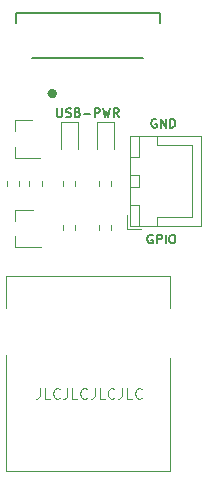
<source format=gbr>
G04 #@! TF.GenerationSoftware,KiCad,Pcbnew,5.1.10-88a1d61d58~88~ubuntu18.04.1*
G04 #@! TF.CreationDate,2021-09-17T16:00:13+02:00*
G04 #@! TF.ProjectId,GPIO-USB-Switch,4750494f-2d55-4534-922d-537769746368,rev?*
G04 #@! TF.SameCoordinates,Original*
G04 #@! TF.FileFunction,Legend,Top*
G04 #@! TF.FilePolarity,Positive*
%FSLAX46Y46*%
G04 Gerber Fmt 4.6, Leading zero omitted, Abs format (unit mm)*
G04 Created by KiCad (PCBNEW 5.1.10-88a1d61d58~88~ubuntu18.04.1) date 2021-09-17 16:00:13*
%MOMM*%
%LPD*%
G01*
G04 APERTURE LIST*
%ADD10C,0.150000*%
%ADD11C,0.125000*%
%ADD12C,0.120000*%
%ADD13C,0.400000*%
%ADD14C,0.200000*%
%ADD15C,0.100000*%
G04 APERTURE END LIST*
D10*
X152410714Y-80289285D02*
X152410714Y-80896428D01*
X152446428Y-80967857D01*
X152482142Y-81003571D01*
X152553571Y-81039285D01*
X152696428Y-81039285D01*
X152767857Y-81003571D01*
X152803571Y-80967857D01*
X152839285Y-80896428D01*
X152839285Y-80289285D01*
X153160714Y-81003571D02*
X153267857Y-81039285D01*
X153446428Y-81039285D01*
X153517857Y-81003571D01*
X153553571Y-80967857D01*
X153589285Y-80896428D01*
X153589285Y-80825000D01*
X153553571Y-80753571D01*
X153517857Y-80717857D01*
X153446428Y-80682142D01*
X153303571Y-80646428D01*
X153232142Y-80610714D01*
X153196428Y-80575000D01*
X153160714Y-80503571D01*
X153160714Y-80432142D01*
X153196428Y-80360714D01*
X153232142Y-80325000D01*
X153303571Y-80289285D01*
X153482142Y-80289285D01*
X153589285Y-80325000D01*
X154160714Y-80646428D02*
X154267857Y-80682142D01*
X154303571Y-80717857D01*
X154339285Y-80789285D01*
X154339285Y-80896428D01*
X154303571Y-80967857D01*
X154267857Y-81003571D01*
X154196428Y-81039285D01*
X153910714Y-81039285D01*
X153910714Y-80289285D01*
X154160714Y-80289285D01*
X154232142Y-80325000D01*
X154267857Y-80360714D01*
X154303571Y-80432142D01*
X154303571Y-80503571D01*
X154267857Y-80575000D01*
X154232142Y-80610714D01*
X154160714Y-80646428D01*
X153910714Y-80646428D01*
X154660714Y-80753571D02*
X155232142Y-80753571D01*
X155589285Y-81039285D02*
X155589285Y-80289285D01*
X155875000Y-80289285D01*
X155946428Y-80325000D01*
X155982142Y-80360714D01*
X156017857Y-80432142D01*
X156017857Y-80539285D01*
X155982142Y-80610714D01*
X155946428Y-80646428D01*
X155875000Y-80682142D01*
X155589285Y-80682142D01*
X156267857Y-80289285D02*
X156446428Y-81039285D01*
X156589285Y-80503571D01*
X156732142Y-81039285D01*
X156910714Y-80289285D01*
X157625000Y-81039285D02*
X157375000Y-80682142D01*
X157196428Y-81039285D02*
X157196428Y-80289285D01*
X157482142Y-80289285D01*
X157553571Y-80325000D01*
X157589285Y-80360714D01*
X157625000Y-80432142D01*
X157625000Y-80539285D01*
X157589285Y-80610714D01*
X157553571Y-80646428D01*
X157482142Y-80682142D01*
X157196428Y-80682142D01*
D11*
X150967857Y-103982142D02*
X150967857Y-104625000D01*
X150925000Y-104753571D01*
X150839285Y-104839285D01*
X150710714Y-104882142D01*
X150625000Y-104882142D01*
X151825000Y-104882142D02*
X151396428Y-104882142D01*
X151396428Y-103982142D01*
X152639285Y-104796428D02*
X152596428Y-104839285D01*
X152467857Y-104882142D01*
X152382142Y-104882142D01*
X152253571Y-104839285D01*
X152167857Y-104753571D01*
X152125000Y-104667857D01*
X152082142Y-104496428D01*
X152082142Y-104367857D01*
X152125000Y-104196428D01*
X152167857Y-104110714D01*
X152253571Y-104025000D01*
X152382142Y-103982142D01*
X152467857Y-103982142D01*
X152596428Y-104025000D01*
X152639285Y-104067857D01*
X153282142Y-103982142D02*
X153282142Y-104625000D01*
X153239285Y-104753571D01*
X153153571Y-104839285D01*
X153025000Y-104882142D01*
X152939285Y-104882142D01*
X154139285Y-104882142D02*
X153710714Y-104882142D01*
X153710714Y-103982142D01*
X154953571Y-104796428D02*
X154910714Y-104839285D01*
X154782142Y-104882142D01*
X154696428Y-104882142D01*
X154567857Y-104839285D01*
X154482142Y-104753571D01*
X154439285Y-104667857D01*
X154396428Y-104496428D01*
X154396428Y-104367857D01*
X154439285Y-104196428D01*
X154482142Y-104110714D01*
X154567857Y-104025000D01*
X154696428Y-103982142D01*
X154782142Y-103982142D01*
X154910714Y-104025000D01*
X154953571Y-104067857D01*
X155596428Y-103982142D02*
X155596428Y-104625000D01*
X155553571Y-104753571D01*
X155467857Y-104839285D01*
X155339285Y-104882142D01*
X155253571Y-104882142D01*
X156453571Y-104882142D02*
X156025000Y-104882142D01*
X156025000Y-103982142D01*
X157267857Y-104796428D02*
X157225000Y-104839285D01*
X157096428Y-104882142D01*
X157010714Y-104882142D01*
X156882142Y-104839285D01*
X156796428Y-104753571D01*
X156753571Y-104667857D01*
X156710714Y-104496428D01*
X156710714Y-104367857D01*
X156753571Y-104196428D01*
X156796428Y-104110714D01*
X156882142Y-104025000D01*
X157010714Y-103982142D01*
X157096428Y-103982142D01*
X157225000Y-104025000D01*
X157267857Y-104067857D01*
X157910714Y-103982142D02*
X157910714Y-104625000D01*
X157867857Y-104753571D01*
X157782142Y-104839285D01*
X157653571Y-104882142D01*
X157567857Y-104882142D01*
X158767857Y-104882142D02*
X158339285Y-104882142D01*
X158339285Y-103982142D01*
X159582142Y-104796428D02*
X159539285Y-104839285D01*
X159410714Y-104882142D01*
X159325000Y-104882142D01*
X159196428Y-104839285D01*
X159110714Y-104753571D01*
X159067857Y-104667857D01*
X159025000Y-104496428D01*
X159025000Y-104367857D01*
X159067857Y-104196428D01*
X159110714Y-104110714D01*
X159196428Y-104025000D01*
X159325000Y-103982142D01*
X159410714Y-103982142D01*
X159539285Y-104025000D01*
X159582142Y-104067857D01*
D10*
X160828571Y-81225000D02*
X160757142Y-81189285D01*
X160650000Y-81189285D01*
X160542857Y-81225000D01*
X160471428Y-81296428D01*
X160435714Y-81367857D01*
X160400000Y-81510714D01*
X160400000Y-81617857D01*
X160435714Y-81760714D01*
X160471428Y-81832142D01*
X160542857Y-81903571D01*
X160650000Y-81939285D01*
X160721428Y-81939285D01*
X160828571Y-81903571D01*
X160864285Y-81867857D01*
X160864285Y-81617857D01*
X160721428Y-81617857D01*
X161185714Y-81939285D02*
X161185714Y-81189285D01*
X161614285Y-81939285D01*
X161614285Y-81189285D01*
X161971428Y-81939285D02*
X161971428Y-81189285D01*
X162150000Y-81189285D01*
X162257142Y-81225000D01*
X162328571Y-81296428D01*
X162364285Y-81367857D01*
X162400000Y-81510714D01*
X162400000Y-81617857D01*
X162364285Y-81760714D01*
X162328571Y-81832142D01*
X162257142Y-81903571D01*
X162150000Y-81939285D01*
X161971428Y-81939285D01*
X160500000Y-91025000D02*
X160428571Y-90989285D01*
X160321428Y-90989285D01*
X160214285Y-91025000D01*
X160142857Y-91096428D01*
X160107142Y-91167857D01*
X160071428Y-91310714D01*
X160071428Y-91417857D01*
X160107142Y-91560714D01*
X160142857Y-91632142D01*
X160214285Y-91703571D01*
X160321428Y-91739285D01*
X160392857Y-91739285D01*
X160500000Y-91703571D01*
X160535714Y-91667857D01*
X160535714Y-91417857D01*
X160392857Y-91417857D01*
X160857142Y-91739285D02*
X160857142Y-90989285D01*
X161142857Y-90989285D01*
X161214285Y-91025000D01*
X161250000Y-91060714D01*
X161285714Y-91132142D01*
X161285714Y-91239285D01*
X161250000Y-91310714D01*
X161214285Y-91346428D01*
X161142857Y-91382142D01*
X160857142Y-91382142D01*
X161607142Y-91739285D02*
X161607142Y-90989285D01*
X162107142Y-90989285D02*
X162250000Y-90989285D01*
X162321428Y-91025000D01*
X162392857Y-91096428D01*
X162428571Y-91239285D01*
X162428571Y-91489285D01*
X162392857Y-91632142D01*
X162321428Y-91703571D01*
X162250000Y-91739285D01*
X162107142Y-91739285D01*
X162035714Y-91703571D01*
X161964285Y-91632142D01*
X161928571Y-91489285D01*
X161928571Y-91239285D01*
X161964285Y-91096428D01*
X162035714Y-91025000D01*
X162107142Y-90989285D01*
D12*
X148840000Y-81320000D02*
X148840000Y-82250000D01*
X148840000Y-84480000D02*
X148840000Y-83550000D01*
X148840000Y-84480000D02*
X151000000Y-84480000D01*
X148840000Y-81320000D02*
X150300000Y-81320000D01*
D13*
X152200000Y-79048000D02*
G75*
G03*
X152200000Y-79048000I-200000J0D01*
G01*
D14*
X148900000Y-72198000D02*
X148900000Y-73048000D01*
X161100000Y-72198000D02*
X148900000Y-72198000D01*
X161100000Y-73048000D02*
X161100000Y-72198000D01*
X159700000Y-76048000D02*
X150300000Y-76048000D01*
D12*
X152715000Y-81415000D02*
X152715000Y-83700000D01*
X154185000Y-81415000D02*
X152715000Y-81415000D01*
X154185000Y-83700000D02*
X154185000Y-81415000D01*
X157022500Y-86887258D02*
X157022500Y-86412742D01*
X155977500Y-86887258D02*
X155977500Y-86412742D01*
X150077500Y-86412742D02*
X150077500Y-86887258D01*
X151122500Y-86412742D02*
X151122500Y-86887258D01*
X152927500Y-86412742D02*
X152927500Y-86887258D01*
X153972500Y-86412742D02*
X153972500Y-86887258D01*
X149222500Y-86887258D02*
X149222500Y-86412742D01*
X148177500Y-86887258D02*
X148177500Y-86412742D01*
X152927500Y-90162742D02*
X152927500Y-90637258D01*
X153972500Y-90162742D02*
X153972500Y-90637258D01*
X157022500Y-90637258D02*
X157022500Y-90162742D01*
X155977500Y-90637258D02*
X155977500Y-90162742D01*
X155765000Y-81415000D02*
X155765000Y-83700000D01*
X157235000Y-81415000D02*
X155765000Y-81415000D01*
X157235000Y-83700000D02*
X157235000Y-81415000D01*
X148890000Y-88870000D02*
X148890000Y-89800000D01*
X148890000Y-92030000D02*
X148890000Y-91100000D01*
X148890000Y-92030000D02*
X151050000Y-92030000D01*
X148890000Y-88870000D02*
X150350000Y-88870000D01*
X158300000Y-90550000D02*
X159550000Y-90550000D01*
X158300000Y-89300000D02*
X158300000Y-90550000D01*
X163800000Y-83400000D02*
X163800000Y-86450000D01*
X160850000Y-83400000D02*
X163800000Y-83400000D01*
X160850000Y-82650000D02*
X160850000Y-83400000D01*
X163800000Y-89500000D02*
X163800000Y-86450000D01*
X160850000Y-89500000D02*
X163800000Y-89500000D01*
X160850000Y-90250000D02*
X160850000Y-89500000D01*
X158600000Y-82650000D02*
X158600000Y-84450000D01*
X159350000Y-82650000D02*
X158600000Y-82650000D01*
X159350000Y-84450000D02*
X159350000Y-82650000D01*
X158600000Y-84450000D02*
X159350000Y-84450000D01*
X158600000Y-88450000D02*
X158600000Y-90250000D01*
X159350000Y-88450000D02*
X158600000Y-88450000D01*
X159350000Y-90250000D02*
X159350000Y-88450000D01*
X158600000Y-90250000D02*
X159350000Y-90250000D01*
X158600000Y-85950000D02*
X158600000Y-86950000D01*
X159350000Y-85950000D02*
X158600000Y-85950000D01*
X159350000Y-86950000D02*
X159350000Y-85950000D01*
X158600000Y-86950000D02*
X159350000Y-86950000D01*
X158590000Y-82640000D02*
X158590000Y-90260000D01*
X164560000Y-82640000D02*
X158590000Y-82640000D01*
X164560000Y-90260000D02*
X164560000Y-82640000D01*
X158590000Y-90260000D02*
X164560000Y-90260000D01*
D15*
X148050000Y-101194000D02*
X148050000Y-110994000D01*
X148050000Y-101194000D02*
X148050000Y-101194000D01*
X148050000Y-110994000D02*
X148050000Y-101194000D01*
X148050000Y-110994000D02*
X148050000Y-110994000D01*
X161950000Y-110994000D02*
X161950000Y-110994000D01*
X148050000Y-110994000D02*
X161950000Y-110994000D01*
X148050000Y-110994000D02*
X148050000Y-110994000D01*
X161950000Y-110994000D02*
X148050000Y-110994000D01*
X161950000Y-110994000D02*
X161950000Y-101444000D01*
X161950000Y-110994000D02*
X161950000Y-110994000D01*
X161950000Y-101444000D02*
X161950000Y-110994000D01*
X161950000Y-101444000D02*
X161950000Y-101444000D01*
X161950000Y-97194000D02*
X161950000Y-94494000D01*
X161950000Y-97194000D02*
X161950000Y-97194000D01*
X161950000Y-94494000D02*
X161950000Y-97194000D01*
X161950000Y-94494000D02*
X161950000Y-94494000D01*
X148050000Y-94494000D02*
X148050000Y-94494000D01*
X161950000Y-94494000D02*
X148050000Y-94494000D01*
X161950000Y-94494000D02*
X161950000Y-94494000D01*
X148050000Y-94494000D02*
X161950000Y-94494000D01*
X148050000Y-94494000D02*
X148050000Y-97194000D01*
X148050000Y-94494000D02*
X148050000Y-94494000D01*
X148050000Y-97194000D02*
X148050000Y-94494000D01*
X148050000Y-97194000D02*
X148050000Y-97194000D01*
M02*

</source>
